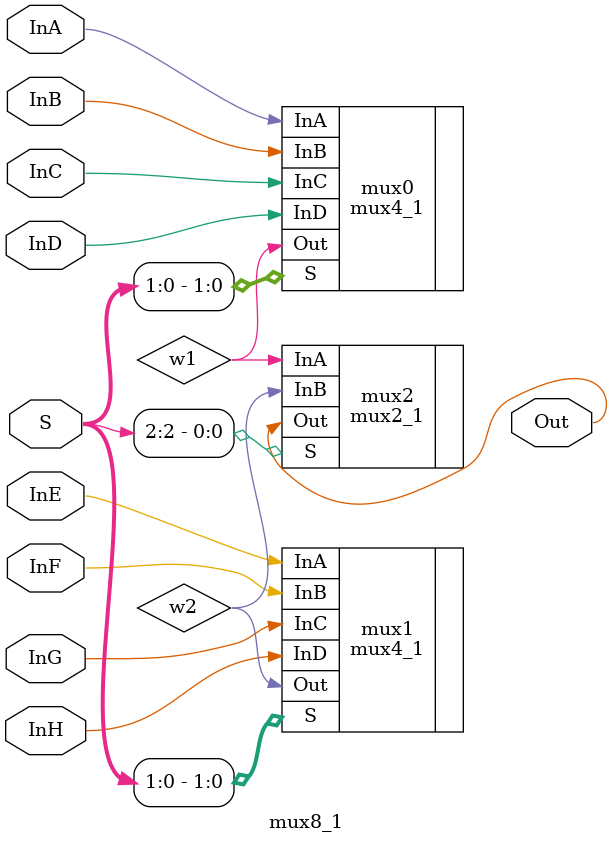
<source format=v>
module mux8_1(Out, S, InA, InB, InC, InD, InE, InF, InG, InH);

	output Out;
	input [2:0] S;
	input InA, InB, InC, InD, InE, InF, InG, InH;
	
	wire w1, w2;
	
	mux4_1 mux1(.Out(w2), .S(S[1:0]), .InA(InE), .InB(InF),
		.InC(InG), .InD(InH)); 
	mux4_1 mux0(.Out(w1), .S(S[1:0]), .InA(InA), .InB(InB), 
		.InC(InC), .InD(InD));
		
	mux2_1 mux2(.Out(Out), .S(S[2]), .InA(w1), .InB(w2));
	
endmodule

</source>
